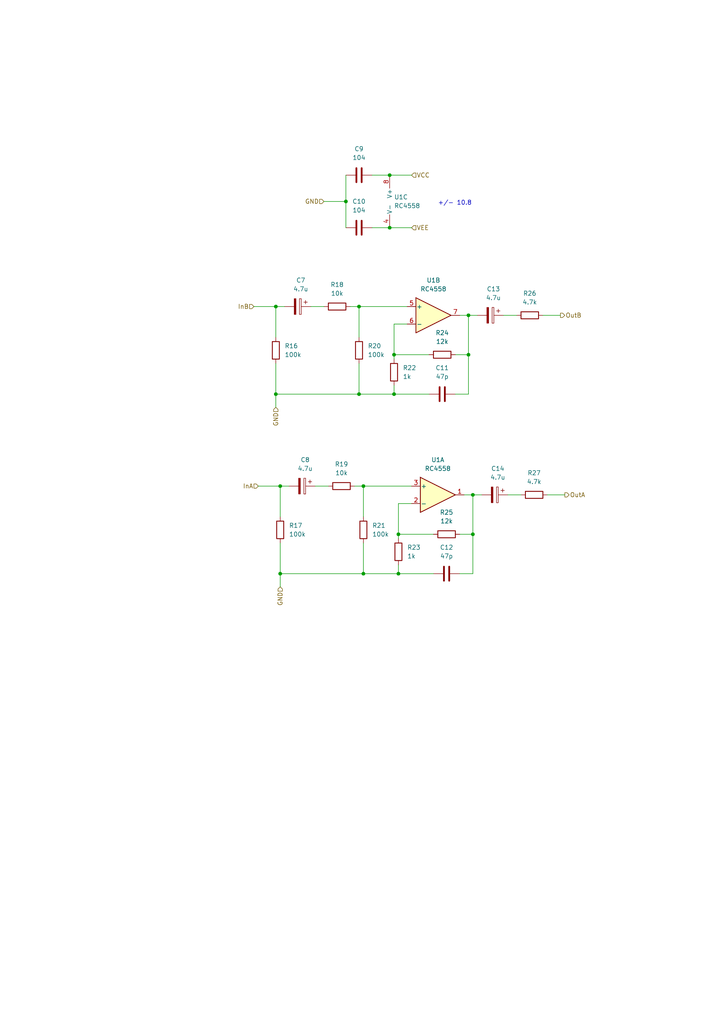
<source format=kicad_sch>
(kicad_sch (version 20230121) (generator eeschema)
  (paper "A4" portrait)
  (title_block (title "OpAmp Module") (rev "1"))
  (lib_symbols
    (symbol "Amplifier_Operational:RC4558" (pin_names (offset 0.127))
      (property "Reference" "U" (at 0 5.08 0))
      (property "Value" "RC4558" (at 0 -5.08 0))
      (symbol "RC4558_1_1"
        (polyline (pts (xy -5.08 5.08) (xy 5.08 0) (xy -5.08 -5.08) (xy -5.08 5.08)) (stroke (width 0.254)) (fill (type background)))
        (pin output line (at 7.62 0 180) (length 2.54) (name "~") (number "1"))
        (pin input line (at -7.62 -2.54 0) (length 2.54) (name "-") (number "2"))
        (pin input line (at -7.62 2.54 0) (length 2.54) (name "+") (number "3"))
      )
      (symbol "RC4558_2_1"
        (polyline (pts (xy -5.08 5.08) (xy 5.08 0) (xy -5.08 -5.08) (xy -5.08 5.08)) (stroke (width 0.254)) (fill (type background)))
        (pin input line (at -7.62 2.54 0) (length 2.54) (name "+") (number "5"))
        (pin input line (at -7.62 -2.54 0) (length 2.54) (name "-") (number "6"))
        (pin output line (at 7.62 0 180) (length 2.54) (name "~") (number "7"))
      )
      (symbol "RC4558_3_1"
        (pin power_in line (at -2.54 -7.62 90) (length 3.81) (name "V-") (number "4"))
        (pin power_in line (at -2.54 7.62 270) (length 3.81) (name "V+") (number "8"))
      )
    )
    (symbol "Device:C" (pin_numbers hide) (pin_names (offset 0.254))
      (property "Reference" "C" (at 0.635 2.54 0))
      (property "Value" "C" (at 0.635 -2.54 0))
      (symbol "C_0_1"
        (polyline (pts (xy -2.032 -0.762) (xy 2.032 -0.762)) (stroke (width 0.508)))
        (polyline (pts (xy -2.032 0.762) (xy 2.032 0.762)) (stroke (width 0.508)))
      )
      (symbol "C_1_1"
        (pin passive line (at 0 3.81 270) (length 2.794) (name "~") (number "1"))
        (pin passive line (at 0 -3.81 90) (length 2.794) (name "~") (number "2"))
      )
    )
    (symbol "Device:C_Polarized" (pin_numbers hide) (pin_names (offset 0.254))
      (property "Reference" "C" (at 0.635 2.54 0))
      (property "Value" "C_Polarized" (at 0.635 -2.54 0))
      (symbol "C_Polarized_0_1"
        (rectangle (start -2.286 0.508) (end 2.286 1.016))
        (polyline (pts (xy -1.778 2.286) (xy -0.762 2.286)))
        (polyline (pts (xy -1.27 2.794) (xy -1.27 1.778)))
        (rectangle (start 2.286 -0.508) (end -2.286 -1.016) (fill (type outline)))
      )
      (symbol "C_Polarized_1_1"
        (pin passive line (at 0 3.81 270) (length 2.794) (name "~") (number "1"))
        (pin passive line (at 0 -3.81 90) (length 2.794) (name "~") (number "2"))
      )
    )
    (symbol "Device:R" (pin_numbers hide) (pin_names (offset 0))
      (property "Reference" "R" (at 2.032 0 90))
      (property "Value" "R" (at 0 0 90))
      (symbol "R_0_1"
        (rectangle (start -1.016 -2.54) (end 1.016 2.54) (stroke (width 0.254)))
      )
      (symbol "R_1_1"
        (pin passive line (at 0 3.81 270) (length 1.27) (name "~") (number "1"))
        (pin passive line (at 0 -3.81 90) (length 1.27) (name "~") (number "2"))
      )
    )
  )
  (junction (at 80.01 114.3))
  (junction (at 135.89 102.87))
  (junction (at 115.57 166.37))
  (junction (at 114.3 102.87))
  (junction (at 135.89 91.44))
  (junction (at 104.14 114.3))
  (junction (at 105.41 140.97))
  (junction (at 104.14 88.9))
  (junction (at 115.57 154.94))
  (junction (at 81.28 166.37))
  (junction (at 113.03 50.8))
  (junction (at 113.03 66.04))
  (junction (at 137.16 143.51))
  (junction (at 137.16 154.94))
  (junction (at 80.01 88.9))
  (junction (at 100.33 58.42))
  (junction (at 81.28 140.97))
  (junction (at 105.41 166.37))
  (junction (at 114.3 114.3))
  (wire (pts (xy 93.98 58.42) (xy 100.33 58.42)))
  (wire (pts (xy 105.41 140.97) (xy 119.38 140.97)))
  (wire (pts (xy 100.33 50.8) (xy 100.33 58.42)))
  (wire (pts (xy 80.01 114.3) (xy 104.14 114.3)))
  (wire (pts (xy 80.01 114.3) (xy 80.01 118.11)))
  (wire (pts (xy 137.16 166.37) (xy 137.16 154.94)))
  (wire (pts (xy 119.38 146.05) (xy 115.57 146.05)))
  (wire (pts (xy 137.16 143.51) (xy 134.62 143.51)))
  (wire (pts (xy 132.08 114.3) (xy 135.89 114.3)))
  (wire (pts (xy 101.6 88.9) (xy 104.14 88.9)))
  (wire (pts (xy 132.08 102.87) (xy 135.89 102.87)))
  (wire (pts (xy 105.41 157.48) (xy 105.41 166.37)))
  (wire (pts (xy 115.57 146.05) (xy 115.57 154.94)))
  (wire (pts (xy 113.03 50.8) (xy 119.38 50.8)))
  (wire (pts (xy 73.66 88.9) (xy 80.01 88.9)))
  (wire (pts (xy 118.11 93.98) (xy 114.3 93.98)))
  (wire (pts (xy 124.46 114.3) (xy 114.3 114.3)))
  (wire (pts (xy 135.89 114.3) (xy 135.89 102.87)))
  (wire (pts (xy 147.32 143.51) (xy 151.13 143.51)))
  (wire (pts (xy 104.14 88.9) (xy 118.11 88.9)))
  (wire (pts (xy 104.14 114.3) (xy 114.3 114.3)))
  (wire (pts (xy 90.17 88.9) (xy 93.98 88.9)))
  (wire (pts (xy 138.43 91.44) (xy 135.89 91.44)))
  (wire (pts (xy 124.46 102.87) (xy 114.3 102.87)))
  (wire (pts (xy 125.73 154.94) (xy 115.57 154.94)))
  (wire (pts (xy 133.35 166.37) (xy 137.16 166.37)))
  (wire (pts (xy 107.95 66.04) (xy 113.03 66.04)))
  (wire (pts (xy 139.7 143.51) (xy 137.16 143.51)))
  (wire (pts (xy 91.44 140.97) (xy 95.25 140.97)))
  (wire (pts (xy 100.33 58.42) (xy 100.33 66.04)))
  (wire (pts (xy 107.95 50.8) (xy 113.03 50.8)))
  (wire (pts (xy 80.01 105.41) (xy 80.01 114.3)))
  (wire (pts (xy 102.87 140.97) (xy 105.41 140.97)))
  (wire (pts (xy 104.14 97.79) (xy 104.14 88.9)))
  (wire (pts (xy 157.48 91.44) (xy 162.56 91.44)))
  (wire (pts (xy 125.73 166.37) (xy 115.57 166.37)))
  (wire (pts (xy 81.28 140.97) (xy 83.82 140.97)))
  (wire (pts (xy 80.01 97.79) (xy 80.01 88.9)))
  (wire (pts (xy 135.89 91.44) (xy 133.35 91.44)))
  (wire (pts (xy 133.35 154.94) (xy 137.16 154.94)))
  (wire (pts (xy 115.57 154.94) (xy 115.57 156.21)))
  (wire (pts (xy 80.01 88.9) (xy 82.55 88.9)))
  (wire (pts (xy 135.89 91.44) (xy 135.89 102.87)))
  (wire (pts (xy 81.28 157.48) (xy 81.28 166.37)))
  (wire (pts (xy 81.28 166.37) (xy 81.28 170.18)))
  (wire (pts (xy 158.75 143.51) (xy 163.83 143.51)))
  (wire (pts (xy 114.3 102.87) (xy 114.3 104.14)))
  (wire (pts (xy 74.93 140.97) (xy 81.28 140.97)))
  (wire (pts (xy 81.28 166.37) (xy 105.41 166.37)))
  (wire (pts (xy 146.05 91.44) (xy 149.86 91.44)))
  (wire (pts (xy 81.28 149.86) (xy 81.28 140.97)))
  (wire (pts (xy 105.41 149.86) (xy 105.41 140.97)))
  (wire (pts (xy 137.16 143.51) (xy 137.16 154.94)))
  (wire (pts (xy 104.14 105.41) (xy 104.14 114.3)))
  (wire (pts (xy 114.3 114.3) (xy 114.3 111.76)))
  (wire (pts (xy 105.41 166.37) (xy 115.57 166.37)))
  (wire (pts (xy 113.03 66.04) (xy 119.38 66.04)))
  (wire (pts (xy 115.57 166.37) (xy 115.57 163.83)))
  (wire (pts (xy 114.3 93.98) (xy 114.3 102.87)))
  (text "+/- 10.8" (at 127 59.69 0) (effects (font (size 1.27 1.27)) (justify left bottom)))
  (hierarchical_label "GND" (shape input) (at 93.98 58.42 180))
  (hierarchical_label "OutA" (shape output) (at 163.83 143.51 0))
  (hierarchical_label "GND" (shape input) (at 81.28 170.18 270))
  (hierarchical_label "VEE" (shape input) (at 119.38 66.04 0))
  (hierarchical_label "VCC" (shape input) (at 119.38 50.8 0))
  (hierarchical_label "InB" (shape input) (at 73.66 88.9 180))
  (hierarchical_label "InA" (shape input) (at 74.93 140.97 180))
  (hierarchical_label "OutB" (shape output) (at 162.56 91.44 0))
  (hierarchical_label "GND" (shape input) (at 80.01 118.11 270))
  (symbol (lib_id "Device:R") (at 114.3 107.95 180) (unit 1)
    (property "Reference" "R22" (at 116.84 106.6799 0) (effects (justify right)))
    (property "Value" "1k" (at 116.84 109.2199 0) (effects (justify right)))
    (property "Footprint" "Resistor_SMD:R_0603_1608Metric" (effects hide))
    (property "Sim.Device" "SPICE" (effects hide))
    (property "Sim.Params" "type=\"R\" model=\"1k\" lib=\"\"" (effects hide))
    (property "Sim.Pins" "1=1 2=2" (effects hide))
    (property "Desc" "1K 5% 0,1W" (effects hide))
    (property "JLC" "C21190" (effects hide))
    (instances (project "UpgradeBoard" (path "" (reference "R22") (unit 1)) (path "" (reference "R34") (unit 1)) (path "" (reference "R46") (unit 1))) (project "LX3000DMod" (path "" (reference "R?") (unit 1)) (path "" (reference "R?") (unit 1)) (path "" (reference "R?") (unit 1))))
  )
  (symbol (lib_id "Device:R") (at 153.67 91.44 90) (unit 1)
    (property "Reference" "R26" (at 153.67 85.09 90))
    (property "Value" "4.7k" (at 153.67 87.63 90))
    (property "Footprint" "Resistor_SMD:R_0805_2012Metric" (effects hide))
    (property "Sim.Device" "SPICE" (effects hide))
    (property "Sim.Params" "type=\"R\" model=\"4.7k\" lib=\"\"" (effects hide))
    (property "Sim.Pins" "1=1 2=2" (effects hide))
    (property "Desc" "4K7 5% 0,1W" (effects hide))
    (property "JLC" "C380775" (effects hide))
    (instances (project "UpgradeBoard" (path "" (reference "R26") (unit 1)) (path "" (reference "R38") (unit 1)) (path "" (reference "R50") (unit 1))) (project "LX3000DMod" (path "" (reference "R?") (unit 1)) (path "" (reference "R?") (unit 1)) (path "" (reference "R?") (unit 1))))
  )
  (symbol (lib_id "Device:R") (at 104.14 101.6 180) (unit 1)
    (property "Reference" "R20" (at 106.68 100.3299 0) (effects (justify right)))
    (property "Value" "100k" (at 106.68 102.8699 0) (effects (justify right)))
    (property "Footprint" "Resistor_SMD:R_1206_3216Metric" (effects hide))
    (property "Sim.Device" "SPICE" (effects hide))
    (property "Sim.Params" "type=\"R\" model=\"100k\" lib=\"\"" (effects hide))
    (property "Sim.Pins" "1=1 2=2" (effects hide))
    (property "Desc" "100K 1% 0,1W" (effects hide))
    (property "JLC" "C965069" (effects hide))
    (instances (project "UpgradeBoard" (path "" (reference "R20") (unit 1)) (path "" (reference "R32") (unit 1)) (path "" (reference "R44") (unit 1))) (project "LX3000DMod" (path "" (reference "R?") (unit 1)) (path "" (reference "R?") (unit 1)) (path "" (reference "R?") (unit 1))))
  )
  (symbol (lib_id "Device:R") (at 99.06 140.97 270) (unit 1)
    (property "Reference" "R19" (at 99.06 134.62 90))
    (property "Value" "10k" (at 99.06 137.16 90))
    (property "Sim.Device" "SPICE" (effects hide))
    (property "Sim.Params" "type=\"R\" model=\"10k\" lib=\"\"" (effects hide))
    (property "Sim.Pins" "1=1 2=2" (effects hide))
    (property "Desc" "10K 5% 1/10W" (effects hide))
    (instances (project "UpgradeBoard" (path "" (reference "R19") (unit 1)) (path "" (reference "R31") (unit 1)) (path "" (reference "R43") (unit 1))) (project "LX3000DMod" (path "" (reference "R?") (unit 1)) (path "" (reference "R?") (unit 1)) (path "" (reference "R?") (unit 1))))
  )
  (symbol (lib_id "Device:R") (at 97.79 88.9 270) (unit 1)
    (property "Reference" "R18" (at 97.79 82.55 90))
    (property "Value" "10k" (at 97.79 85.09 90))
    (property "Sim.Device" "SPICE" (effects hide))
    (property "Sim.Params" "type=\"R\" model=\"10k\" lib=\"\"" (effects hide))
    (property "Sim.Pins" "1=1 2=2" (effects hide))
    (property "Desc" "10K 5% 1/10W" (effects hide))
    (instances (project "UpgradeBoard" (path "" (reference "R18") (unit 1)) (path "" (reference "R30") (unit 1)) (path "" (reference "R42") (unit 1))) (project "LX3000DMod" (path "" (reference "R?") (unit 1)) (path "" (reference "R?") (unit 1)) (path "" (reference "R?") (unit 1))))
  )
  (symbol (lib_id "Device:C_Polarized") (at 86.36 88.9 270) (unit 1)
    (property "Reference" "C7" (at 87.249 81.28 90))
    (property "Value" "4.7u" (at 87.249 83.82 90))
    (property "Footprint" "Capacitor_SMD:C_1206_3216Metric" (effects hide))
    (property "Sim.Device" "SPICE" (effects hide))
    (property "Sim.Params" "type=\"C\" model=\"4.7u\" lib=\"\"" (effects hide))
    (property "Sim.Pins" "1=1 2=2" (effects hide))
    (property "Desc" "4,7UF 50V 20%" (effects hide))
    (property "JLC" "C915818" (effects hide))
    (instances (project "UpgradeBoard" (path "" (reference "C7") (unit 1)) (path "" (reference "C15") (unit 1)) (path "" (reference "C23") (unit 1))) (project "LX3000DMod" (path "" (reference "C?") (unit 1)) (path "" (reference "C?") (unit 1)) (path "" (reference "C?") (unit 1))))
  )
  (symbol (lib_id "Device:C") (at 104.14 66.04 90) (unit 1)
    (property "Reference" "C10" (at 104.14 58.42 90))
    (property "Value" "104" (at 104.14 60.96 90))
    (property "Footprint" "Capacitor_SMD:C_0805_2012Metric" (effects hide))
    (property "Sim.Device" "SPICE" (effects hide))
    (property "Sim.Params" "type=\"C\" model=\"0.1u\" lib=\"\"" (effects hide))
    (property "Sim.Pins" "1=1 2=2" (effects hide))
    (property "Desc" "100NF 10% X7R 0805 50V" (effects hide))
    (property "JLC" "C2929181" (effects hide))
    (instances (project "UpgradeBoard" (path "" (reference "C10") (unit 1)) (path "" (reference "C18") (unit 1)) (path "" (reference "C26") (unit 1))) (project "LX3000DMod" (path "" (reference "C?") (unit 1)) (path "" (reference "C?") (unit 1)) (path "" (reference "C?") (unit 1))))
  )
  (symbol (lib_id "Device:C_Polarized") (at 142.24 91.44 270) (unit 1)
    (property "Reference" "C13" (at 143.129 83.82 90))
    (property "Value" "4.7u" (at 143.129 86.36 90))
    (property "Footprint" "Capacitor_SMD:C_1206_3216Metric" (effects hide))
    (property "Sim.Device" "SPICE" (effects hide))
    (property "Sim.Params" "type=\"C\" model=\"4.7u\" lib=\"\"" (effects hide))
    (property "Sim.Pins" "1=1 2=2" (effects hide))
    (property "Desc" "4,7UF 50V 20%" (effects hide))
    (property "JLC" "C915818" (effects hide))
    (instances (project "UpgradeBoard" (path "" (reference "C13") (unit 1)) (path "" (reference "C21") (unit 1)) (path "" (reference "C29") (unit 1))) (project "LX3000DMod" (path "" (reference "C?") (unit 1)) (path "" (reference "C?") (unit 1)) (path "" (reference "C?") (unit 1))))
  )
  (symbol (lib_id "Amplifier_Operational:RC4558") (at 115.57 58.42 0) (unit 3)
    (property "Reference" "U1" (at 114.3 57.1499 0) (effects (justify left)))
    (property "Value" "RC4558" (at 114.3 59.6899 0) (effects (justify left)))
    (property "Datasheet" "http://www.ti.com/lit/ds/symlink/rc4558.pdf" (effects hide))
    (instances (project "UpgradeBoard" (path "" (reference "U1") (unit 3)) (path "" (reference "U2") (unit 3)) (path "" (reference "U3") (unit 3))) (project "LX3000DMod" (path "" (reference "U?") (unit 3)) (path "" (reference "U?") (unit 3)) (path "" (reference "U?") (unit 3))))
  )
  (symbol (lib_id "Device:R") (at 128.27 102.87 90) (unit 1)
    (property "Reference" "R24" (at 128.27 96.52 90))
    (property "Value" "12k" (at 128.27 99.06 90))
    (property "Footprint" "Resistor_SMD:R_1206_3216Metric" (effects hide))
    (property "Sim.Device" "SPICE" (effects hide))
    (property "Sim.Params" "type=\"R\" model=\"12k\" lib=\"\"" (effects hide))
    (property "Sim.Pins" "1=1 2=2" (effects hide))
    (property "Desc" "12K 5% 1/10W" (effects hide))
    (property "JLC" "C2771295" (effects hide))
    (instances (project "UpgradeBoard" (path "" (reference "R24") (unit 1)) (path "" (reference "R36") (unit 1)) (path "" (reference "R48") (unit 1))) (project "LX3000DMod" (path "" (reference "R?") (unit 1)) (path "" (reference "R?") (unit 1)) (path "" (reference "R?") (unit 1))))
  )
  (symbol (lib_id "Device:R") (at 154.94 143.51 90) (unit 1)
    (property "Reference" "R27" (at 154.94 137.16 90))
    (property "Value" "4.7k" (at 154.94 139.7 90))
    (property "Footprint" "Resistor_SMD:R_0805_2012Metric" (effects hide))
    (property "Sim.Device" "SPICE" (effects hide))
    (property "Sim.Params" "type=\"R\" model=\"4.7k\" lib=\"\"" (effects hide))
    (property "Sim.Pins" "1=1 2=2" (effects hide))
    (property "Desc" "4K7 5% 0,1W" (effects hide))
    (property "JLC" "C380775" (effects hide))
    (instances (project "UpgradeBoard" (path "" (reference "R27") (unit 1)) (path "" (reference "R39") (unit 1)) (path "" (reference "R51") (unit 1))) (project "LX3000DMod" (path "" (reference "R?") (unit 1)) (path "" (reference "R?") (unit 1)) (path "" (reference "R?") (unit 1))))
  )
  (symbol (lib_id "Device:C") (at 129.54 166.37 90) (unit 1)
    (property "Reference" "C12" (at 129.54 158.75 90))
    (property "Value" "47p" (at 129.54 161.29 90))
    (property "Footprint" "Capacitor_SMD:C_0805_2012Metric" (effects hide))
    (property "Sim.Device" "SPICE" (effects hide))
    (property "Sim.Params" "type=\"C\" model=\"47p\" lib=\"\"" (effects hide))
    (property "Sim.Pins" "1=1 2=2" (effects hide))
    (property "Desc" "47PF 1% NP0 63V" (effects hide))
    (property "JLC" "C376889" (effects hide))
    (instances (project "UpgradeBoard" (path "" (reference "C12") (unit 1)) (path "" (reference "C20") (unit 1)) (path "" (reference "C28") (unit 1))) (project "LX3000DMod" (path "" (reference "C?") (unit 1)) (path "" (reference "C?") (unit 1)) (path "" (reference "C?") (unit 1))))
  )
  (symbol (lib_id "Device:R") (at 105.41 153.67 180) (unit 1)
    (property "Reference" "R21" (at 107.95 152.3999 0) (effects (justify right)))
    (property "Value" "100k" (at 107.95 154.9399 0) (effects (justify right)))
    (property "Footprint" "Resistor_SMD:R_1206_3216Metric" (effects hide))
    (property "Sim.Device" "SPICE" (effects hide))
    (property "Sim.Params" "type=\"R\" model=\"100k\" lib=\"\"" (effects hide))
    (property "Sim.Pins" "1=1 2=2" (effects hide))
    (property "Desc" "100K 1% 0,1W" (effects hide))
    (property "JLC" "C965069" (effects hide))
    (instances (project "UpgradeBoard" (path "" (reference "R21") (unit 1)) (path "" (reference "R33") (unit 1)) (path "" (reference "R45") (unit 1))) (project "LX3000DMod" (path "" (reference "R?") (unit 1)) (path "" (reference "R?") (unit 1)) (path "" (reference "R?") (unit 1))))
  )
  (symbol (lib_id "Device:C_Polarized") (at 87.63 140.97 270) (unit 1)
    (property "Reference" "C8" (at 88.519 133.35 90))
    (property "Value" "4.7u" (at 88.519 135.89 90))
    (property "Footprint" "Capacitor_SMD:C_1206_3216Metric" (effects hide))
    (property "Sim.Device" "SPICE" (effects hide))
    (property "Sim.Params" "type=\"C\" model=\"4.7u\" lib=\"\"" (effects hide))
    (property "Sim.Pins" "1=1 2=2" (effects hide))
    (property "Desc" "4,7UF 50V 20%" (effects hide))
    (property "JLC" "C915818" (effects hide))
    (instances (project "UpgradeBoard" (path "" (reference "C8") (unit 1)) (path "" (reference "C16") (unit 1)) (path "" (reference "C24") (unit 1))) (project "LX3000DMod" (path "" (reference "C?") (unit 1)) (path "" (reference "C?") (unit 1)) (path "" (reference "C?") (unit 1))))
  )
  (symbol (lib_id "Amplifier_Operational:RC4558") (at 125.73 91.44 0) (unit 2)
    (property "Reference" "U1" (at 125.73 81.28 0))
    (property "Value" "RC4558" (at 125.73 83.82 0))
    (property "Datasheet" "http://www.ti.com/lit/ds/symlink/rc4558.pdf" (effects hide))
    (instances (project "UpgradeBoard" (path "" (reference "U1") (unit 2)) (path "" (reference "U2") (unit 2)) (path "" (reference "U3") (unit 2))) (project "LX3000DMod" (path "" (reference "U?") (unit 2)) (path "" (reference "U?") (unit 2)) (path "" (reference "U?") (unit 2))))
  )
  (symbol (lib_id "Device:C_Polarized") (at 143.51 143.51 270) (unit 1)
    (property "Reference" "C14" (at 144.399 135.89 90))
    (property "Value" "4.7u" (at 144.399 138.43 90))
    (property "Footprint" "Capacitor_SMD:C_1206_3216Metric" (effects hide))
    (property "Sim.Device" "SPICE" (effects hide))
    (property "Sim.Params" "type=\"C\" model=\"4.7u\" lib=\"\"" (effects hide))
    (property "Sim.Pins" "1=1 2=2" (effects hide))
    (property "Desc" "4,7UF 50V 20%" (effects hide))
    (property "JLC" "C915818" (effects hide))
    (instances (project "UpgradeBoard" (path "" (reference "C14") (unit 1)) (path "" (reference "C22") (unit 1)) (path "" (reference "C30") (unit 1))) (project "LX3000DMod" (path "" (reference "C?") (unit 1)) (path "" (reference "C?") (unit 1)) (path "" (reference "C?") (unit 1))))
  )
  (symbol (lib_id "Device:C") (at 128.27 114.3 90) (unit 1)
    (property "Reference" "C11" (at 128.27 106.68 90))
    (property "Value" "47p" (at 128.27 109.22 90))
    (property "Footprint" "Capacitor_SMD:C_0805_2012Metric" (effects hide))
    (property "Sim.Device" "SPICE" (effects hide))
    (property "Sim.Params" "type=\"C\" model=\"47p\" lib=\"\"" (effects hide))
    (property "Sim.Pins" "1=1 2=2" (effects hide))
    (property "Desc" "47PF 1% NP0 63V" (effects hide))
    (property "JLC" "C376889" (effects hide))
    (instances (project "UpgradeBoard" (path "" (reference "C11") (unit 1)) (path "" (reference "C19") (unit 1)) (path "" (reference "C27") (unit 1))) (project "LX3000DMod" (path "" (reference "C?") (unit 1)) (path "" (reference "C?") (unit 1)) (path "" (reference "C?") (unit 1))))
  )
  (symbol (lib_id "Amplifier_Operational:RC4558") (at 127 143.51 0) (unit 1)
    (property "Reference" "U1" (at 127 133.35 0))
    (property "Value" "RC4558" (at 127 135.89 0))
    (property "Datasheet" "http://www.ti.com/lit/ds/symlink/rc4558.pdf" (effects hide))
    (instances (project "UpgradeBoard" (path "" (reference "U1") (unit 1)) (path "" (reference "U2") (unit 1)) (path "" (reference "U3") (unit 1))) (project "LX3000DMod" (path "" (reference "U?") (unit 1)) (path "" (reference "U?") (unit 1)) (path "" (reference "U?") (unit 1))))
  )
  (symbol (lib_id "Device:R") (at 129.54 154.94 90) (unit 1)
    (property "Reference" "R25" (at 129.54 148.59 90))
    (property "Value" "12k" (at 129.54 151.13 90))
    (property "Footprint" "Resistor_SMD:R_1206_3216Metric" (effects hide))
    (property "Sim.Device" "SPICE" (effects hide))
    (property "Sim.Params" "type=\"R\" model=\"12k\" lib=\"\"" (effects hide))
    (property "Sim.Pins" "1=1 2=2" (effects hide))
    (property "Desc" "12K 5% 1/10W" (effects hide))
    (property "JLC" "C2771295" (effects hide))
    (instances (project "UpgradeBoard" (path "" (reference "R25") (unit 1)) (path "" (reference "R37") (unit 1)) (path "" (reference "R49") (unit 1))) (project "LX3000DMod" (path "" (reference "R?") (unit 1)) (path "" (reference "R?") (unit 1)) (path "" (reference "R?") (unit 1))))
  )
  (symbol (lib_id "Device:R") (at 80.01 101.6 180) (unit 1)
    (property "Reference" "R16" (at 82.55 100.3299 0) (effects (justify right)))
    (property "Value" "100k" (at 82.55 102.8699 0) (effects (justify right)))
    (property "Footprint" "Resistor_SMD:R_1206_3216Metric" (effects hide))
    (property "Sim.Device" "SPICE" (effects hide))
    (property "Sim.Params" "type=\"R\" model=\"100k\" lib=\"\"" (effects hide))
    (property "Sim.Pins" "1=1 2=2" (effects hide))
    (property "Desc" "100K 1% 0,1W" (effects hide))
    (property "JLC" "C965069" (effects hide))
    (instances (project "UpgradeBoard" (path "" (reference "R16") (unit 1)) (path "" (reference "R28") (unit 1)) (path "" (reference "R40") (unit 1))) (project "LX3000DMod" (path "" (reference "R?") (unit 1)) (path "" (reference "R?") (unit 1)) (path "" (reference "R?") (unit 1))))
  )
  (symbol (lib_id "Device:R") (at 81.28 153.67 180) (unit 1)
    (property "Reference" "R17" (at 83.82 152.3999 0) (effects (justify right)))
    (property "Value" "100k" (at 83.82 154.9399 0) (effects (justify right)))
    (property "Footprint" "Resistor_SMD:R_1206_3216Metric" (effects hide))
    (property "Sim.Device" "SPICE" (effects hide))
    (property "Sim.Params" "type=\"R\" model=\"100k\" lib=\"\"" (effects hide))
    (property "Sim.Pins" "1=1 2=2" (effects hide))
    (property "Desc" "100K 1% 0,1W" (effects hide))
    (property "JLC" "C965069" (effects hide))
    (instances (project "UpgradeBoard" (path "" (reference "R17") (unit 1)) (path "" (reference "R29") (unit 1)) (path "" (reference "R41") (unit 1))) (project "LX3000DMod" (path "" (reference "R?") (unit 1)) (path "" (reference "R?") (unit 1)) (path "" (reference "R?") (unit 1))))
  )
  (symbol (lib_id "Device:C") (at 104.14 50.8 90) (unit 1)
    (property "Reference" "C9" (at 104.14 43.18 90))
    (property "Value" "104" (at 104.14 45.72 90))
    (property "Footprint" "Capacitor_SMD:C_0805_2012Metric" (effects hide))
    (property "Desc" "100NF 10% X7R 0805 50V" (effects hide))
    (property "JLC" "C2929181" (effects hide))
    (instances (project "UpgradeBoard" (path "" (reference "C9") (unit 1)) (path "" (reference "C17") (unit 1)) (path "" (reference "C25") (unit 1))) (project "LX3000DMod" (path "" (reference "C?") (unit 1)) (path "" (reference "C?") (unit 1)) (path "" (reference "C?") (unit 1))))
  )
  (symbol (lib_id "Device:R") (at 115.57 160.02 180) (unit 1)
    (property "Reference" "R23" (at 118.11 158.7499 0) (effects (justify right)))
    (property "Value" "1k" (at 118.11 161.2899 0) (effects (justify right)))
    (property "Footprint" "Resistor_SMD:R_0603_1608Metric" (effects hide))
    (property "Sim.Device" "SPICE" (effects hide))
    (property "Sim.Params" "type=\"R\" model=\"1k\" lib=\"\"" (effects hide))
    (property "Sim.Pins" "1=1 2=2" (effects hide))
    (property "Desc" "1K 5% 0,1W" (effects hide))
    (property "JLC" "C21190" (effects hide))
    (instances (project "UpgradeBoard" (path "" (reference "R23") (unit 1)) (path "" (reference "R35") (unit 1)) (path "" (reference "R47") (unit 1))) (project "LX3000DMod" (path "" (reference "R?") (unit 1)) (path "" (reference "R?") (unit 1)) (path "" (reference "R?") (unit 1))))
  )
)
</source>
